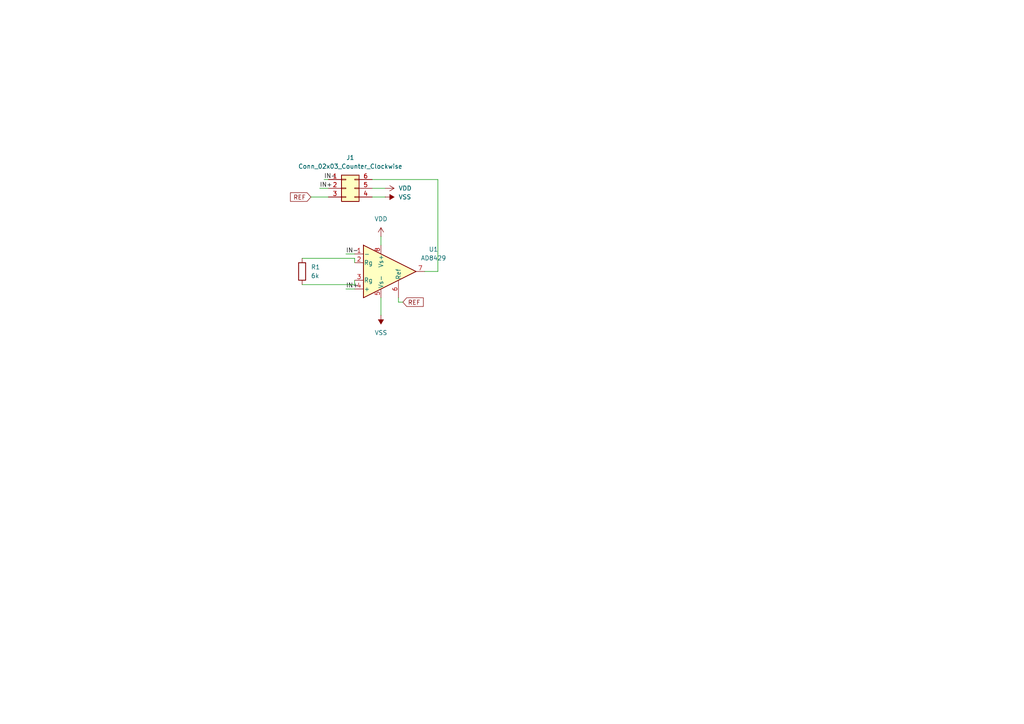
<source format=kicad_sch>
(kicad_sch (version 20250114) (generator "eeschema") (generator_version "9.0")
  (paper "A4")
  (lib_symbols
    (symbol "Amplifier_Instrumentation:AD8429" (pin_names (offset 0.127))
      (property "Reference" "U" (at 3.81 7.62 0))
      (property "Value" "AD8429" (at 3.81 5.08 0))
      (symbol "AD8429_0_1"
        (polyline (pts (xy -7.62 7.62) (xy -7.62 -7.62) (xy 7.62 0) (xy -7.62 7.62)) (stroke (width 0.254)) (fill (type background)))
      )
      (symbol "AD8429_1_1"
        (pin input line (at -10.16 5.08 0) (length 2.54) (name "-") (number "1"))
        (pin passive line (at -10.16 2.54 0) (length 2.54) (name "Rg") (number "2"))
        (pin passive line (at -10.16 -2.54 0) (length 2.54) (name "Rg") (number "3"))
        (pin input line (at -10.16 -5.08 0) (length 2.54) (name "+") (number "4"))
        (pin power_in line (at -2.54 7.62 270) (length 2.54) (name "Vs+") (number "8"))
        (pin power_in line (at -2.54 -7.62 90) (length 2.54) (name "Vs-") (number "5"))
        (pin passive line (at 2.54 -7.62 90) (length 5.08) (name "Ref") (number "6"))
        (pin output line (at 10.16 0 180) (length 2.54) (name "~") (number "7"))
      )
    )
    (symbol "Connector_Generic:Conn_02x03_Counter_Clockwise" (pin_names (offset 1.016) (hide yes))
      (property "Reference" "J" (at 1.27 5.08 0))
      (property "Value" "Conn_02x03_Counter_Clockwise" (at 1.27 -5.08 0))
      (symbol "Conn_02x03_Counter_Clockwise_1_1"
        (rectangle (start -1.27 3.81) (end 3.81 -3.81) (stroke (width 0.254)) (fill (type background)))
        (rectangle (start -1.27 2.667) (end 0 2.413) (stroke (width 0.1524)))
        (rectangle (start -1.27 0.127) (end 0 -0.127) (stroke (width 0.1524)))
        (rectangle (start -1.27 -2.413) (end 0 -2.667) (stroke (width 0.1524)))
        (rectangle (start 3.81 2.667) (end 2.54 2.413) (stroke (width 0.1524)))
        (rectangle (start 3.81 0.127) (end 2.54 -0.127) (stroke (width 0.1524)))
        (rectangle (start 3.81 -2.413) (end 2.54 -2.667) (stroke (width 0.1524)))
        (pin passive line (at -5.08 2.54 0) (length 3.81) (name "Pin_1") (number "1"))
        (pin passive line (at -5.08 0 0) (length 3.81) (name "Pin_2") (number "2"))
        (pin passive line (at -5.08 -2.54 0) (length 3.81) (name "Pin_3") (number "3"))
        (pin passive line (at 7.62 2.54 180) (length 3.81) (name "Pin_6") (number "6"))
        (pin passive line (at 7.62 0 180) (length 3.81) (name "Pin_5") (number "5"))
        (pin passive line (at 7.62 -2.54 180) (length 3.81) (name "Pin_4") (number "4"))
      )
    )
    (symbol "Device:R" (pin_numbers (hide yes)) (pin_names (offset 0))
      (property "Reference" "R" (at 2.032 0 90))
      (property "Value" "R" (at 0 0 90))
      (symbol "R_0_1"
        (rectangle (start -1.016 -2.54) (end 1.016 2.54) (stroke (width 0.254)))
      )
      (symbol "R_1_1"
        (pin passive line (at 0 3.81 270) (length 1.27) (name "~") (number "1"))
        (pin passive line (at 0 -3.81 90) (length 1.27) (name "~") (number "2"))
      )
    )
    (symbol "power:VDD" (power) (pin_numbers (hide yes)) (pin_names (offset 0) (hide yes))
      (property "Value" "VDD" (at 0 3.556 0))
      (symbol "VDD_0_1"
        (polyline (pts (xy -0.762 1.27) (xy 0 2.54)))
        (polyline (pts (xy 0 2.54) (xy 0.762 1.27)))
        (polyline (pts (xy 0 0) (xy 0 2.54)))
      )
      (symbol "VDD_1_1"
        (pin power_in line (at 0 0 90) (length 0) (name "~") (number "1"))
      )
    )
    (symbol "power:VSS" (power) (pin_numbers (hide yes)) (pin_names (offset 0) (hide yes))
      (property "Value" "VSS" (at 0 3.556 0))
      (symbol "VSS_0_1"
        (polyline (pts (xy 0 0) (xy 0 2.54)))
        (polyline (pts (xy 0.762 1.27) (xy -0.762 1.27) (xy 0 2.54) (xy 0.762 1.27)) (fill (type outline)))
      )
      (symbol "VSS_1_1"
        (pin power_in line (at 0 0 90) (length 0) (name "~") (number "1"))
      )
    )
  )
  (wire (pts (xy 102.87 74.93) (xy 102.87 76.2)))
  (wire (pts (xy 115.57 87.63) (xy 116.84 87.63)))
  (wire (pts (xy 100.33 73.66) (xy 102.87 73.66)))
  (wire (pts (xy 87.63 82.55) (xy 102.87 82.55)))
  (wire (pts (xy 110.49 68.58) (xy 110.49 71.12)))
  (wire (pts (xy 127 78.74) (xy 123.19 78.74)))
  (wire (pts (xy 95.25 52.07) (xy 93.98 52.07)))
  (wire (pts (xy 95.25 54.61) (xy 92.71 54.61)))
  (wire (pts (xy 107.95 54.61) (xy 111.76 54.61)))
  (wire (pts (xy 107.95 52.07) (xy 127 52.07)))
  (wire (pts (xy 107.95 57.15) (xy 111.76 57.15)))
  (wire (pts (xy 100.33 83.82) (xy 102.87 83.82)))
  (wire (pts (xy 102.87 82.55) (xy 102.87 81.28)))
  (wire (pts (xy 90.17 57.15) (xy 95.25 57.15)))
  (wire (pts (xy 115.57 87.63) (xy 115.57 86.36)))
  (wire (pts (xy 87.63 74.93) (xy 102.87 74.93)))
  (wire (pts (xy 127 52.07) (xy 127 78.74)))
  (wire (pts (xy 110.49 86.36) (xy 110.49 91.44)))
  (label "IN-" (at 100.33 73.66 0))
  (label "IN-" (at 93.98 52.07 0))
  (label "IN+" (at 100.33 83.82 0))
  (label "IN+" (at 92.71 54.61 0))
  (global_label "REF" (shape input) (at 90.17 57.15 180) (property "Intersheetrefs" "${INTERSHEET_REFS}" (effects (hide yes))))
  (global_label "REF" (shape input) (at 116.84 87.63 0) (property "Intersheetrefs" "${INTERSHEET_REFS}" (effects (hide yes))))
  (symbol (lib_id "power:VDD") (at 110.49 68.58 0) (unit 1)
    (property "Reference" "#PWR04" (effects (hide yes)))
    (property "Value" "VDD" (at 110.49 63.5 0))
    (property "Description" "Power symbol creates a global label with name \"VDD\"" (effects (hide yes)))
  )
  (symbol (lib_id "Amplifier_Instrumentation:AD8429") (at 113.03 78.74 0) (unit 1)
    (property "Reference" "U1" (at 125.73 72.3198 0))
    (property "Value" "AD8429" (at 125.73 74.8598 0))
    (property "Footprint" "Package_SO:SOIC-8-1EP_3.9x4.9mm_P1.27mm_EP2.29x3mm" (effects (hide yes)))
    (property "Datasheet" "https://www.analog.com/media/en/technical-documentation/data-sheets/AD8429.pdf" (effects (hide yes)))
    (property "Description" "Single Low Noise Instrumentation Amplifier, SOIC-8" (effects (hide yes)))
  )
  (symbol (lib_id "power:VDD") (at 111.76 54.61 270) (unit 1)
    (property "Reference" "#PWR01" (effects (hide yes)))
    (property "Value" "VDD" (at 115.57 54.6099 90) (effects (justify left)))
    (property "Description" "Power symbol creates a global label with name \"VDD\"" (effects (hide yes)))
  )
  (symbol (lib_id "power:VSS") (at 111.76 57.15 270) (unit 1)
    (property "Reference" "#PWR03" (effects (hide yes)))
    (property "Value" "VSS" (at 115.57 57.1499 90) (effects (justify left)))
    (property "Description" "Power symbol creates a global label with name \"VSS\"" (effects (hide yes)))
  )
  (symbol (lib_id "Connector_Generic:Conn_02x03_Counter_Clockwise") (at 100.33 54.61 0) (unit 1)
    (property "Reference" "J1" (at 101.6 45.72 0))
    (property "Value" "Conn_02x03_Counter_Clockwise" (at 101.6 48.26 0))
    (property "Footprint" "Connector_PinHeader_2.54mm:PinHeader_2x03_P2.54mm_Vertical" (effects (hide yes)))
    (property "Description" "Generic connector, double row, 02x03, counter clockwise pin numbering scheme (similar to DIP package numbering), script generated (kicad-library-utils/schlib/autogen/connector/)" (effects (hide yes)))
  )
  (symbol (lib_id "power:VSS") (at 110.49 91.44 180) (unit 1)
    (property "Reference" "#PWR02" (effects (hide yes)))
    (property "Value" "VSS" (at 110.49 96.52 0))
    (property "Description" "Power symbol creates a global label with name \"VSS\"" (effects (hide yes)))
  )
  (symbol (lib_id "Device:R") (at 87.63 78.74 0) (unit 1)
    (property "Reference" "R1" (at 90.17 77.4699 0) (effects (justify left)))
    (property "Value" "6k" (at 90.17 80.0099 0) (effects (justify left)))
    (property "Footprint" "Resistor_SMD:R_1206_3216Metric" (effects (hide yes)))
    (property "Description" "Resistor" (effects (hide yes)))
  )
)
</source>
